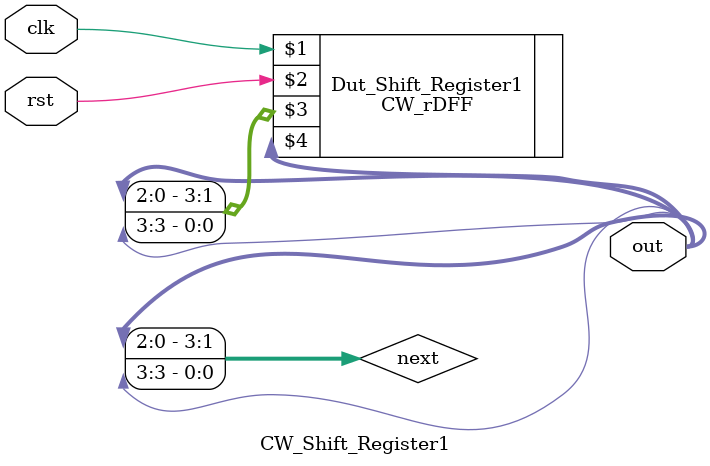
<source format=v>

module CW_Shift_Register1(clk, rst,out) ;
  parameter n = 4 ;
  input clk, rst;
  output [n-1:0] out ;

  //wire [n-1:0] next = rst ? {{n-1{1'b0}},1'b1} : {out[n-2:0],out[n-1]} ;
wire [n-1:0] next =  {out[n-2:0],out[n-1]} ;

  CW_rDFF #(n) Dut_Shift_Register1(clk,rst, next, out) ;
endmodule
</source>
